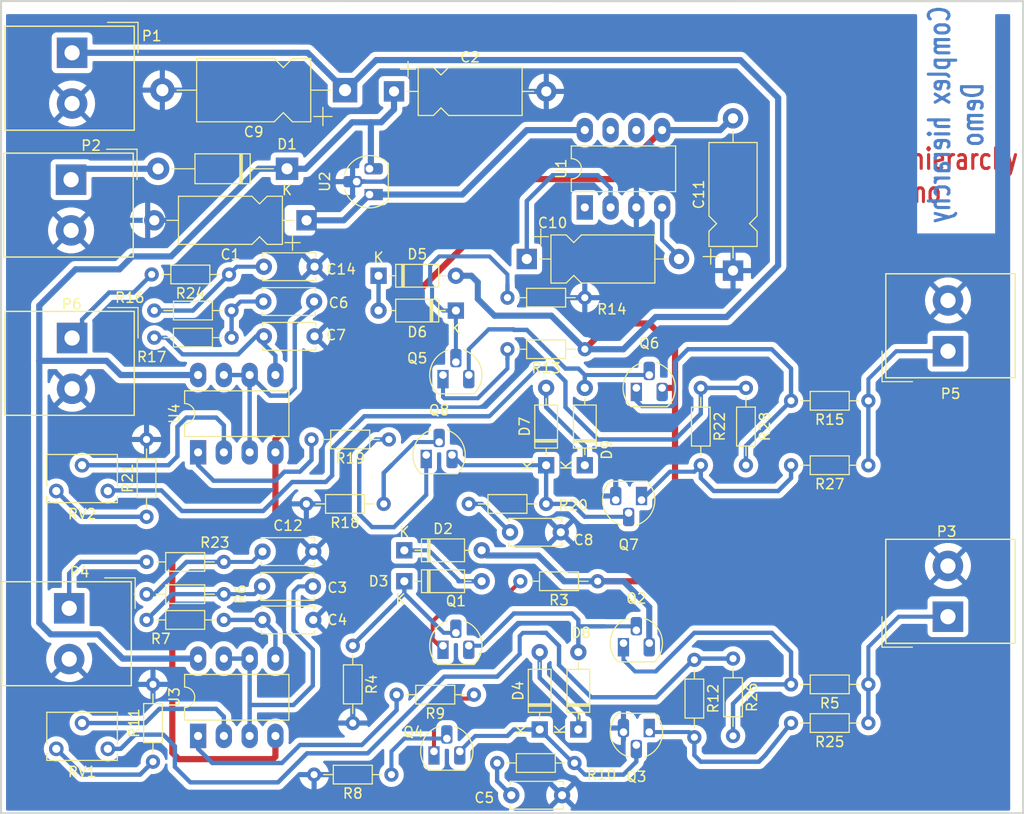
<source format=kicad_pcb>
(kicad_pcb (version 20240108) (generator "pcbnew") (generator_version "8.0")
  (title_block (title "Actionneur_piezo") (company "Kicad devs") (comment 1 "Demo"))
  (layers (0 "F.Cu" power "top_copper") (31 "B.Cu" signal "bottom_copper") (34 "B.Paste" user) (35 "F.Paste" user) (36 "B.SilkS" user "B.Silkscreen") (37 "F.SilkS" user "F.Silkscreen") (38 "B.Mask" user) (39 "F.Mask" user) (44 "Edge.Cuts" user))
  (net 0 "")
  (net 1 "-VAA")
  (net 2 "/12Vext")
  (net 3 "/ampli_ht_horizontal/PIEZO_IN")
  (net 4 "/ampli_ht_horizontal/PIEZO_OUT")
  (net 5 "/ampli_ht_horizontal/S_OUT+")
  (net 6 "/ampli_ht_horizontal/Vpil_0_3,3V")
  (net 7 "/ampli_ht_vertical/PIEZO_IN")
  (net 8 "/ampli_ht_vertical/PIEZO_OUT")
  (net 9 "/ampli_ht_vertical/S_OUT+")
  (net 10 "/ampli_ht_vertical/Vpil_0_3,3V")
  (net 11 "GND")
  (net 12 "HT")
  (net 13 "Net-(U3B-+)")
  (net 14 "Net-(U4B-+)")
  (net 15 "Net-(C12-Pad1)")
  (net 16 "Net-(C14-Pad1)")
  (net 17 "Net-(C3-Pad2)")
  (net 18 "Net-(U1-CAP+)")
  (net 19 "Net-(C5-Pad1)")
  (net 20 "Net-(C6-Pad2)")
  (net 21 "Net-(U1-CAP-)")
  (net 22 "Net-(C8-Pad1)")
  (net 23 "Net-(D2-K)")
  (net 24 "Net-(D3-K)")
  (net 25 "Net-(D4-K)")
  (net 26 "Net-(D4-A)")
  (net 27 "Net-(R11-Pad1)")
  (net 28 "Net-(R19-Pad2)")
  (net 29 "Net-(R21-Pad1)")
  (net 30 "Net-(R9-Pad2)")
  (net 31 "Net-(D5-K)")
  (net 32 "Net-(D6-K)")
  (net 33 "VCC")
  (net 34 "Net-(D7-K)")
  (net 35 "Net-(D7-A)")
  (net 36 "Net-(D8-A)")
  (net 37 "Net-(D9-A)")
  (net 38 "Net-(Q1-E)")
  (net 39 "Net-(Q2-E)")
  (net 40 "+12V")
  (net 41 "Net-(Q3-E)")
  (net 42 "Net-(Q4-E)")
  (net 43 "Net-(Q4-B)")
  (net 44 "Net-(Q5-E)")
  (net 45 "Net-(Q6-E)")
  (net 46 "Net-(Q7-E)")
  (net 47 "Net-(Q8-E)")
  (net 48 "Net-(Q8-B)")
  (net 49 "Net-(U3A--)")
  (net 50 "Net-(U4A--)")
  (footprint "Capacitor_THT:CP_Axial_L10.0mm_D4.5mm_P15.00mm_Horizontal" (layer "F.Cu") (at 126.619 60.706)
    (property "Reference" "C2")
    (property "Value" "47uF/20V")
  )
  (footprint "Capacitor_THT:CP_Axial_L11.0mm_D6.0mm_P18.00mm_Horizontal" (layer "F.Cu") (at 121.793 60.579 180)
    (property "Reference" "C9")
    (property "Value" "47uF/63V")
  )
  (footprint "Capacitor_THT:CP_Axial_L10.0mm_D4.5mm_P15.00mm_Horizontal" (layer "F.Cu") (at 139.7 77.216)
    (property "Reference" "C10")
    (property "Value" "10uF")
  )
  (footprint "Capacitor_THT:CP_Axial_L10.0mm_D4.5mm_P15.00mm_Horizontal" (layer "F.Cu") (at 160.02 78.359 90)
    (property "Reference" "C11")
    (property "Value" "10uF")
  )
  (footprint "Package_TO_SOT_THT:TO-92_HandSolder" (layer "F.Cu") (at 131.445 115.316)
    (property "Reference" "Q1")
    (property "Value" "MPSA92")
  )
  (footprint "Package_TO_SOT_THT:TO-92_HandSolder" (layer "F.Cu") (at 151.765 123.825 180)
    (property "Reference" "Q3")
    (property "Value" "MPSA92")
  )
  (footprint "Package_TO_SOT_THT:TO-92_HandSolder" (layer "F.Cu") (at 131.445 88.646)
    (property "Reference" "Q5")
    (property "Value" "MPSA92")
  )
  (footprint "Package_TO_SOT_THT:TO-92_HandSolder" (layer "F.Cu") (at 150.495 89.916)
    (property "Reference" "Q6")
    (property "Value" "MPSA42")
  )
  (footprint "Package_TO_SOT_THT:TO-92_HandSolder" (layer "F.Cu") (at 151.003 100.965 180)
    (property "Reference" "Q7")
    (property "Value" "MPSA92")
  )
  (footprint "Package_TO_SOT_THT:TO-92_HandSolder" (layer "F.Cu") (at 129.794 96.52)
    (property "Reference" "Q8")
    (property "Value" "MPSA42")
  )
  (footprint "Potentiometer_THT:Potentiometer_Bourns_3266W_Vertical" (layer "F.Cu") (at 93.345 125.476 180)
    (property "Reference" "RV1")
    (property "Value" "4,7K")
  )
  (footprint "Potentiometer_THT:Potentiometer_Bourns_3266W_Vertical" (layer "F.Cu") (at 93.345 100.076 180)
    (property "Reference" "RV2")
    (property "Value" "4,7K")
  )
  (footprint "Package_TO_SOT_THT:TO-92_HandSolder" (layer "F.Cu") (at 124.206 70.866 90)
    (property "Reference" "U2")
    (property "Value" "78L05")
  )
  (footprint "Resistor_THT:R_Axial_DIN0204_L3.6mm_D1.6mm_P7.62mm_Horizontal" (layer "F.Cu") (at 126.111 94.996 180)
    (property "Reference" "R19")
    (property "Value" "1K")
  )
  (footprint "Resistor_THT:R_Axial_DIN0204_L3.6mm_D1.6mm_P7.62mm_Horizontal" (layer "F.Cu") (at 109.855 110.236 180)
    (property "Reference" "R6")
    (property "Value" "22K")
  )
  (footprint "Resistor_THT:R_Axial_DIN0204_L3.6mm_D1.6mm_P7.62mm_Horizontal" (layer "F.Cu") (at 125.603 101.346 180)
    (property "Reference" "R18")
    (property "Value" "1K")
  )
  (footprint "Resistor_THT:R_Axial_DIN0204_L3.6mm_D1.6mm_P7.62mm_Horizontal" (layer "F.Cu") (at 110.617 82.296 180)
    (property "Reference" "R16")
    (property "Value" "22K")
  )
  (footprint "Resistor_THT:R_Axial_DIN0204_L3.6mm_D1.6mm_P7.62mm_Horizontal" (layer "F.Cu") (at 173.355 91.186 180)
    (property "Reference" "R15")
    (property "Value" "47")
  )
  (footprint "Resistor_THT:R_Axial_DIN0204_L3.6mm_D1.6mm_P7.62mm_Horizontal" (layer "F.Cu") (at 137.795 81.026)
    (property "Reference" "R14")
    (property "Value" "220K")
  )
  (footprint "Resistor_THT:R_Axial_DIN0204_L3.6mm_D1.6mm_P7.62mm_Horizontal" (layer "F.Cu") (at 145.415 86.106 180)
    (property "Reference" "R13")
    (property "Value" "470")
  )
  (footprint "Resistor_THT:R_Axial_DIN0204_L3.6mm_D1.6mm_P7.62mm_Horizontal" (layer "F.Cu") (at 156.21 116.713 -90)
    (property "Reference" "R12")
    (property "Value" "220K")
  )
  (footprint "Resistor_THT:R_Axial_DIN0204_L3.6mm_D1.6mm_P7.62mm_Horizontal" (layer "F.Cu") (at 102.87 126.746 90)
    (property "Reference" "R11")
    (property "Value" "4,7K")
  )
  (footprint "Resistor_THT:R_Axial_DIN0204_L3.6mm_D1.6mm_P7.62mm_Horizontal" (layer "F.Cu") (at 144.399 126.873 180)
    (property "Reference" "R10")
    (property "Value" "5,6K")
  )
  (footprint "Resistor_THT:R_Axial_DIN0204_L3.6mm_D1.6mm_P7.62mm_Horizontal" (layer "F.Cu") (at 134.493 120.142 180)
    (property "Reference" "R9")
    (property "Value" "1K")
  )
  (footprint "Resistor_THT:R_Axial_DIN0204_L3.6mm_D1.6mm_P7.62mm_Horizontal" (layer "F.Cu") (at 126.365 128.016 180)
    (property "Reference" "R8")
    (property "Value" "1K")
  )
  (footprint "Resistor_THT:R_Axial_DIN0204_L3.6mm_D1.6mm_P7.62mm_Horizontal" (layer "F.Cu") (at 109.855 112.776 180)
    (property "Reference" "R7")
    (property "Value" "22K")
  )
  (footprint "Resistor_THT:R_Axial_DIN0204_L3.6mm_D1.6mm_P7.62mm_Horizontal" (layer "F.Cu") (at 102.997 84.963)
    (property "Reference" "R17")
    (property "Value" "22K")
  )
  (footprint "Resistor_THT:R_Axial_DIN0204_L3.6mm_D1.6mm_P7.62mm_Horizontal" (layer "F.Cu") (at 102.235 102.616 90)
    (property "Reference" "R21")
    (property "Value" "4,7K")
  )
  (footprint "Resistor_THT:R_Axial_DIN0204_L3.6mm_D1.6mm_P7.62mm_Horizontal" (layer "F.Cu") (at 146.685 108.966 180)
    (property "Reference" "R3")
    (property "Value" "470")
  )
  (footprint "Resistor_THT:R_Axial_DIN0204_L3.6mm_D1.6mm_P7.62mm_Horizontal" (layer "F.Cu") (at 122.555 115.316 -90)
    (property "Reference" "R4")
    (property "Value" "220K")
  )
  (footprint "Resistor_THT:R_Axial_DIN0204_L3.6mm_D1.6mm_P7.62mm_Horizontal" (layer "F.Cu") (at 173.355 119.126 180)
    (property "Reference" "R5")
    (property "Value" "47")
  )
  (footprint "Resistor_THT:R_Axial_DIN0204_L3.6mm_D1.6mm_P7.62mm_Horizontal" (layer "F.Cu") (at 161.29 89.916 -90)
    (property "Reference" "R28")
    (property "Value" "220K")
  )
  (footprint "Resistor_THT:R_Axial_DIN0204_L3.6mm_D1.6mm_P7.62mm_Horizontal" (layer "F.Cu") (at 173.355 97.536 180)
    (property "Reference" "R27")
    (property "Value" "47")
  )
  (footprint "Resistor_THT:R_Axial_DIN0204_L3.6mm_D1.6mm_P7.62mm_Horizontal" (layer "F.Cu") (at 160.02 116.586 -90)
    (property "Reference" "R26")
    (property "Value" "220K")
  )
  (footprint "Resistor_THT:R_Axial_DIN0204_L3.6mm_D1.6mm_P7.62mm_Horizontal" (layer "F.Cu") (at 173.355 122.936 180)
    (property "Reference" "R25")
    (property "Value" "47")
  )
  (footprint "Resistor_THT:R_Axial_DIN0204_L3.6mm_D1.6mm_P7.62mm_Horizontal" (layer "F.Cu") (at 110.363 78.74 180)
    (property "Reference" "R24")
    (property "Value" "1K")
  )
  (footprint "Resistor_THT:R_Axial_DIN0204_L3.6mm_D1.6mm_P7.62mm_Horizontal" (layer "F.Cu") (at 109.855 107.061 180)
    (property "Reference" "R23")
    (property "Value" "1K")
  )
  (footprint "Resistor_THT:R_Axial_DIN0204_L3.6mm_D1.6mm_P7.62mm_Horizontal" (layer "F.Cu") (at 156.845 89.916 -90)
    (property "Reference" "R22")
    (property "Value" "220K")
  )
  (footprint "Resistor_THT:R_Axial_DIN0204_L3.6mm_D1.6mm_P7.62mm_Horizontal" (layer "F.Cu") (at 141.605 101.346 180)
    (property "Reference" "R20")
    (property "Value" "5,6K")
  )
  (footprint "Package_DIP:DIP-8_W7.62mm_LongPads" (layer "F.Cu") (at 107.315 96.266 90)
    (property "Reference" "U4")
    (property "Value" "LM358N")
  )
  (footprint "Package_DIP:DIP-8_W7.62mm_LongPads" (layer "F.Cu") (at 145.415 72.136 90)
    (property "Reference" "U1")
    (property "Value" "ICL7660")
  )
  (footprint "Package_DIP:DIP-8_W7.62mm_LongPads" (layer "F.Cu") (at 107.315 124.206 90)
    (property "Reference" "U3")
    (property "Value" "LM358N")
  )
  (footprint "Capacitor_THT:C_Disc_D5.0mm_W2.5mm_P5.00mm" (layer "F.Cu") (at 138.049 104.14)
    (property "Reference" "C8")
    (property "Value" "820pF")
  )
  (footprint "Capacitor_THT:C_Disc_D5.0mm_W2.5mm_P5.00mm" (layer "F.Cu") (at 113.792 84.836)
    (property "Reference" "C7")
    (property "Value" "4.7nF")
  )
  (footprint "Capacitor_THT:C_Disc_D5.0mm_W2.5mm_P5.00mm" (layer "F.Cu") (at 118.745 81.407 180)
    (property "Reference" "C6")
    (property "Value" "15nF")
  )
  (footprint "Capacitor_THT:C_Disc_D5.0mm_W2.5mm_P5.00mm" (layer "F.Cu") (at 138.176 130.048)
    (property "Reference" "C5")
    (property "Value" "820pF")
  )
  (footprint "Capacitor_THT:C_Disc_D5.0mm_W2.5mm_P5.00mm" (layer "F.Cu") (at 113.665 106.045)
    (property "Reference" "C12")
    (property "Value" "150nF")
  )
  (footprint "Capacitor_THT:C_Disc_D5.0mm_W2.5mm_P5.00mm" (layer "F.Cu") (at 113.792 77.978)
    (property "Reference" "C14")
    (property "Value" "150nF")
  )
  (footprint "Capacitor_THT:C_Disc_D5.0mm_W2.5mm_P5.00mm" (layer "F.Cu") (at 113.665 112.776)
    (property "Reference" "C4")
    (property "Value" "4.7nF")
  )
  (footprint "Capacitor_THT:C_Disc_D5.0mm_W2.5mm_P5.00mm" (layer "F.Cu") (at 118.618 109.474 180)
    (property "Reference" "C3")
    (property "Value" "15nF")
  )
  (footprint "Diode_THT:D_DO-41_SOD81_P12.70mm_Horizontal" (layer "F.Cu") (at 116.078 68.326 180)
    (property "Reference" "D1")
    (property "Value" "1N4007")
  )
  (footprint "Diode_THT:D_DO-35_SOD27_P7.62mm_Horizontal" (layer "F.Cu") (at 125.095 78.867)
    (property "Reference" "D5")
    (property "Value" "1N4148")
  )
  (footprint "Diode_THT:D_DO-35_SOD27_P7.62mm_Horizontal" (layer "F.Cu") (at 144.78 123.571 90)
    (property "Reference" "D8")
    (property "Value" "1N4148")
  )
  (footprint "Diode_THT:D_DO-35_SOD27_P7.62mm_Horizontal" (layer "F.Cu") (at 127.635 105.918)
    (property "Reference" "D2")
    (property "Value" "1N4148")
  )
  (footprint "Diode_THT:D_DO-35_SOD27_P7.62mm_Horizontal" (layer "F.Cu") (at 127.635 108.966)
    (property "Reference" "D3")
    (property "Value" "1N4148")
  )
  (footprint "Diode_THT:D_DO-35_SOD27_P7.62mm_Horizontal" (layer "F.Cu") (at 141.605 97.536 90)
    (property "Reference" "D7")
    (property "Value" "1N4148")
  )
  (footprint "Diode_THT:D_DO-35_SOD27_P7.62mm_Horizontal" (layer "F.Cu") (at 132.715 82.296 180)
    (property "Reference" "D6")
    (property "Value" "1N4148")
  )
  (footprint "Diode_THT:D_DO-35_SOD27_P7.62mm_Horizontal" (layer "F.Cu") (at 140.97 123.571 90)
    (property "Reference" "D4")
    (property "Value" "1N4148")
  )
  (footprint "Diode_THT:D_DO-35_SOD27_P7.62mm_Horizontal" (layer "F.Cu") (at 145.415 97.536 90)
    (property "Reference" "D9")
    (property "Value" "1N4148")
  )
  (footprint "TerminalBlock_Altech:Altech_AK300_1x02_P5.00mm_45-Degree" (layer "F.Cu") (at 94.9 56.9 -90)
    (property "Reference" "P1")
    (property "Value" "CONN_2")
  )
  (footprint "TerminalBlock_Altech:Altech_AK300_1x02_P5.00mm_45-Degree" (layer "F.Cu") (at 94.8 69.4 -90)
    (property "Reference" "P2")
    (property "Value" "CONN_2")
  )
  (footprint "TerminalBlock_Altech:Altech_AK300_1x02_P5.00mm_45-Degree" (layer "F.Cu") (at 94.615 111.633 -90)
    (property "Reference" "P4")
    (property "Value" "CONN_2")
  )
  (footprint "TerminalBlock_Altech:Altech_AK300_1x02_P5.00mm_45-Degree" (layer "F.Cu") (at 181.1925 112.4575 90)
    (property "Reference" "P3")
    (property "Value" "CONN_2")
  )
  (footprint "TerminalBlock_Altech:Altech_AK300_1x02_P5.00mm_45-Degree" (layer "F.Cu") (at 94.9 85 -90)
    (property "Reference" "P6")
    (property "Value" "CONN_2")
  )
  (footprint "TerminalBlock_Altech:Altech_AK300_1x02_P5.00mm_45-Degree" (layer "F.Cu") (at 181.2 86.3 90)
    (property "Reference" "P5")
    (property "Value" "CONN_2")
  )
  (footprint "Package_TO_SOT_THT:TO-92_HandSolder" (layer "F.Cu") (at 149.225 115.062)
    (property "Reference" "Q2")
    (property "Value" "MPSA42")
  )
  (footprint "Package_TO_SOT_THT:TO-92_HandSolder" (layer "F.Cu") (at 130.556 125.73)
    (property "Reference" "Q4")
    (property "Value" "MPSA42")
  )
  (footprint "Capacitor_THT:CP_Axial_L10.0mm_D4.5mm_P15.00mm_Horizontal" (layer "F.Cu") (at 118 73.406 180)
    (property "Reference" "C1")
    (property "Value" "47uF")
  )
  (gr_line (start 87.9 131.826) (end 87.9 51.8) (stroke (width 0.2032)) (layer "Edge.Cuts"))
  (gr_line (start 188.595 131.826) (end 87.9 131.826) (stroke (width 0.2032)) (layer "Edge.Cuts"))
  (gr_line (start 87.9 51.8) (end 188.595 51.816) (stroke (width 0.2032)) (layer "Edge.Cuts"))
  (gr_line (start 188.595 51.816) (end 188.595 131.826) (stroke (width 0.2032)) (layer "Edge.Cuts"))
  (gr_text "Complex hierarchy\nDemo" (at 177.4 69 0) (layer "F.Cu") (effects (font (size 2.032 1.524) (thickness 0.3048))))
  (gr_text "Complex hierarchy\nDemo" (at 182 63 90) (layer "B.Cu") (effects (font (size 2.032 1.524) (thickness 0.3048)) (justify mirror)))
  (segment (start 107.061 104.521) (end 104.775 106.807) (width 0.6096) (layer "F.Cu") (net 1))
  (segment (start 105.41 126.492) (end 114.681 126.492) (width 0.6096) (layer "F.Cu") (net 1))
  (segment (start 104.775 106.807) (end 104.775 125.857) (width 0.6096) (layer "F.Cu") (net 1))
  (segment (start 128.905 86.614) (end 128.905 80.518) (width 0.6096) (layer "F.Cu") (net 1))
  (segment (start 140.081 69.342) (end 148.209 69.342) (width 0.6096) (layer "F.Cu") (net 1))
  (segment (start 148.209 69.342) (end 153.035 64.516) (width 0.6096) (layer "F.Cu") (net 1))
  (segment (start 128.905 80.518) (end 140.081 69.342) (width 0.6096) (layer "F.Cu") (net 1))
  (segment (start 114.935 102.108) (end 114.935 102.362) (width 0.6096) (layer "F.Cu") (net 1))
  (segment (start 114.935 96.266) (end 114.935 94.996) (width 0.6096) (layer "F.Cu") (net 1))
  (segment (start 114.935 94.996) (end 121.031 88.9) (width 0.6096) (layer "F.Cu") (net 1))
  (segment (start 114.935 126.238) (end 114.935 124.206) (width 0.6096) (layer "F.Cu") (net 1))
  (segment (start 114.935 102.362) (end 112.776 104.521) (width 0.6096) (layer "F.Cu") (net 1))
  (segment (start 105.41 126.492) (end 104.775 125.857) (width 0.6096) (layer "F.Cu") (net 1))
  (segment (start 121.031 88.9) (end 126.619 88.9) (width 0.6) (layer "F.Cu") (net 1))
  (segment (start 112.776 104.521) (end 107.061 104.521) (width 0.6096) (layer "F.Cu") (net 1))
  (segment (start 114.681 126.492) (end 114.935 126.238) (width 0.6096) (layer "F.Cu") (net 1))
  (segment (start 126.619 88.9) (end 128.905 86.614) (width 0.6096) (layer "F.Cu") (net 1))
  (segment (start 114.935 96.266) (end 114.935 102.108) (width 0.6096) (layer "F.Cu") (net 1))
  (segment (start 153.035 64.516) (end 158.75 64.516) (width 0.6096) (layer "B.Cu") (net 1))
  (segment (start 158.75 64.516) (end 160.02 63.246) (width 0.6096) (layer "B.Cu") (net 1))
  (segment (start 103.378 68.326) (end 95.874 68.326) (width 0.6) (layer "B.Cu") (net 2))
  (segment (start 95.874 68.326) (end 94.8 69.4) (width 0.6) (layer "B.Cu") (net 2))
  (segment (start 98.552 80.518) (end 100.965 80.518) (width 0.4318) (layer "B.Cu") (net 3))
  (segment (start 95.885 83.185) (end 98.552 80.518) (width 0.4318) (layer "B.Cu") (net 3))
  (segment (start 95.885 84.836) (end 95.885 83.185) (width 0.4318) (layer "B.Cu") (net 3))
  (segment (start 100.965 80.518) (end 102.743 78.74) (width 0.4318) (layer "B.Cu") (net 3))
  (segment (start 173.355 89.045) (end 173.355 91.186) (width 0.4) (layer "B.Cu") (net 4))
  (segment (start 173.355 97.536) (end 173.355 91.186) (width 0.4318) (layer "B.Cu") (net 4))
  (segment (start 176.1 86.3) (end 173.355 89.045) (width 0.4) (layer "B.Cu") (net 4))
  (segment (start 181.2 86.3) (end 176.1 86.3) (width 0.4) (layer "B.Cu") (net 4))
  (segment (start 116.586 99.187) (end 119.888 99.187) (width 0.4318) (layer "B.Cu") (net 5))
  (segment (start 156.845 89.916) (end 156.845 92.456) (width 0.4318) (layer "B.Cu") (net 5))
  (segment (start 143.51 91.821) (end 146.685 94.996) (width 0.4318) (layer "B.Cu") (net 5))
  (segment (start 140.589 88.011) (end 142.24 88.011) (width 0.4318) (layer "B.Cu") (net 5))
  (segment (start 98.48596 100.01504) (end 103.69804 100.01504) (width 0.4318) (layer "B.Cu") (net 5))
  (segment (start 113.7285 102.0445) (end 116.586 99.187) (width 0.4318) (layer "B.Cu") (net 5))
  (segment (start 123.698 92.71) (end 120.523 95.885) (width 0.4318) (layer "B.Cu") (net 5))
  (segment (start 105.7275 102.0445) (end 113.7285 102.0445) (width 0.4318) (layer "B.Cu") (net 5))
  (segment (start 142.24 88.011) (end 143.51 89.281) (width 0.4318) (layer "B.Cu") (net 5))
  (segment (start 135.89 92.71) (end 123.698 92.71) (width 0.4318) (layer "B.Cu") (net 5))
  (segment (start 154.305 94.996) (end 146.685 94.996) (width 0.4318) (layer "B.Cu") (net 5))
  (segment (start 143.51 89.281) (end 143.51 91.821) (width 0.4318) (layer "B.Cu") (net 5))
  (segment (start 135.89 92.71) (end 136.017 92.71) (width 0.4) (layer "B.Cu") (net 5))
  (segment (start 120.523 95.885) (end 120.523 98.552) (width 0.4318) (layer "B.Cu") (net 5))
  (segment (start 119.888 99.187) (end 120.523 98.552) (width 0.4318) (layer "B.Cu") (net 5))
  (segment (start 105.7275 102.0445) (end 103.69804 100.01504) (width 0.4318) (layer "B.Cu") (net 5))
  (segment (start 140.589 88.138) (end 140.589 88.011) (width 0.4) (layer "B.Cu") (net 5))
  (segment (start 98.425 100.076) (end 98.48596 100.01504) (width 0.4318) (layer "B.Cu") (net 5))
  (segment (start 156.845 89.916) (end 161.29 89.916) (width 0.4318) (layer "B.Cu") (net 5))
  (segment (start 156.845 92.456) (end 154.305 94.996) (width 0.4318) (layer "B.Cu") (net 5))
  (segment (start 136.017 92.71) (end 140.589 88.138) (width 0.4) (layer "B.Cu") (net 5))
  (segment (start 109.855 88.646) (end 112.395 88.646) (width 0.4318) (layer "B.Cu") (net 6))
  (segment (start 114.427 90.678) (end 112.395 88.646) (width 0.4318) (layer "B.Cu") (net 6))
  (segment (start 118.745 82.042) (end 116.84 83.566) (width 0.4318) (layer "B.Cu") (net 6))
  (segment (start 116.078 90.678) (end 114.427 90.678) (width 0.4318) (layer "B.Cu") (net 6))
  (segment (start 116.84 83.566) (end 116.84 89.916) (width 0.4318) (layer "B.Cu") (net 6))
  (segment (start 112.395 88.646) (end 112.395 96.266) (width 0.4318) (layer "B.Cu") (net 6))
  (segment (start 116.84 89.916) (end 116.078 90.678) (width 0.4318) (layer "B.Cu") (net 6))
  (segment (start 118.745 81.407) (end 118.745 82.042) (width 0.4318) (layer "B.Cu") (net 6))
  (segment (start 94.615 108.204) (end 95.758 107.061) (width 0.4318) (layer "B.Cu") (net 7))
  (segment (start 94.615 111.506) (end 94.615 108.204) (width 0.4318) (layer "B.Cu") (net 7))
  (segment (start 95.758 107.061) (end 102.235 107.061) (width 0.4318) (layer "B.Cu") (net 7))
  (segment (start 173.355 122.936) (end 173.355 119.126) (width 0.4318) (layer "B.Cu") (net 8))
  (segment (start 173.355 115.445) (end 173.355 119.126) (width 0.4) (layer "B.Cu") (net 8))
  (segment (start 181.1925 112.4575) (end 176.3425 112.4575) (width 0.4) (layer "B.Cu") (net 8))
  (segment (start 176.3425 112.4575) (end 173.355 115.445) (width 0.4) (layer "B.Cu") (net 8))
  (segment (start 146.05 120.396) (end 152.4 120.396) (width 0.4318) (layer "B.Cu") (net 9))
  (segment (start 139.319 114.046) (end 139.0015 114.3635) (width 0.4) (layer "B.Cu") (net 9))
  (segment (start 142.875 115.316) (end 142.875 117.221) (width 0.4318) (layer "B.Cu") (net 9))
  (segment (start 152.4 120.396) (end 156.21 116.586) (width 0.4318) (layer "B.Cu") (net 9))
  (segment (start 105.029 127.254) (end 106.553 128.778) (width 0.4318) (layer "B.Cu") (net 9))
  (segment (start 141.097 114.046) (end 141.605 114.046) (width 0.4318) (layer "B.Cu") (net 9))
  (segment (start 98.425 125.476) (end 99.695 125.476) (width 0.4318) (layer "B.Cu") (net 9))
  (segment (start 156.21 116.586) (end 160.02 116.586) (width 0.4318) (layer "B.Cu") (net 9))
  (segment (start 118.0465 125.9205) (end 124.0155 125.9205) (width 0.4318) (layer "B.Cu") (net 9))
  (segment (start 141.605 114.046) (end 142.875 115.316) (width 0.4318) (layer "B.Cu") (net 9))
  (segment (start 142.875 117.221) (end 146.05 120.396) (width 0.4318) (layer "B.Cu") (net 9))
  (segment (start 101.092 124.079) (end 103.886 124.079) (width 0.4318) (layer "B.Cu") (net 9))
  (segment (start 141.097 114.046) (end 139.319 114.046) (width 0.4) (layer "B.Cu") (net 9))
  (segment (start 124.0155 125.9205) (end 131.572 118.364) (width 0.4318) (layer "B.Cu") (net 9))
  (segment (start 139.0015 114.3635) (end 139.0015 116.1415) (width 0.4) (layer "B.Cu") (net 9))
  (segment (start 136.779 118.364) (end 139.0015 116.1415) (width 0.4318) (layer "B.Cu") (net 9))
  (segment (start 99.695 125.476) (end 101.092 124.079) (width 0.4318) (layer "B.Cu") (net 9))
  (segment (start 105.029 125.222) (end 105.029 127.254) (width 0.4318) (layer "B.Cu") (net 9))
  (segment (start 115.189 128.778) (end 118.0465 125.9205) (width 0.4318) (layer "B.Cu") (net 9))
  (segment (start 131.572 118.364) (end 136.779 118.364) (width 0.4318) (layer "B.Cu") (net 9))
  (segment (start 103.886 124.079) (end 105.029 125.222) (width 0.4318) (layer "B.Cu") (net 9))
  (segment (start 106.553 128.778) (end 115.189 128.778) (width 0.4318) (layer "B.Cu") (net 9))
  (segment (start 116.713 111.76) (end 116.713 113.792) (width 0.4318) (layer "B.Cu") (net 10))
  (segment (start 116.713 109.982) (end 117.221 109.474) (width 0.4) (layer "B.Cu") (net 10))
  (segment (start 117.221 109.474) (end 118.618 109.474) (width 0.4) (layer "B.Cu") (net 10))
  (segment (start 112.395 116.586) (end 109.855 116.586) (width 0.4318) (layer "B.Cu") (net 10))
  (segment (start 118.618 119.253) (end 116.713 121.158) (width 0.4318) (layer "B.Cu") (net 10))
  (segment (start 116.713 113.792) (end 118.618 115.697) (width 0.4318) (layer "B.Cu") (net 10))
  (segment (start 112.395 121.158) (end 112.395 116.586) (width 0.4318) (layer "B.Cu") (net 10))
  (segment (start 116.713 121.158) (end 112.395 121.158) (width 0.4318) (layer "B.Cu") (net 10))
  (segment (start 116.713 111.76) (end 116.713 109.982) (width 0.4) (layer "B.Cu") (net 10))
  (segment (start 112.395 124.206) (end 112.395 121.158) (width 0.4318) (layer "B.Cu") (net 10))
  (segment (start 118.618 115.697) (end 118.618 119.253) (width 0.4318) (layer "B.Cu") (net 10))
  (segment (start 154.305 106.426) (end 151.765 108.966) (width 0.6096) (layer "F.Cu") (net 12))
  (segment (start 145.415 86.106) (end 147.955 83.566) (width 0.6096) (layer "F.Cu") (net 12))
  (segment (start 154.178 89.916) (end 154.305 90.043) (width 0.6) (layer "F.Cu") (net 12))
  (segment (start 154.305 86.106) (end 154.305 90.043) (width 0.6096) (layer "F.Cu") (net 12))
  (segment (start 151.765 83.566) (end 154.305 86.106) (width 0.6096) (layer "F.Cu") (net 12))
  (segment (start 147.955 83.566) (end 151.765 83.566) (width 0.6096) (layer "F.Cu") (net 12))
  (segment (start 151.765 108.966) (end 146.685 108.966) (width 0.6096) (layer "F.Cu") (net 12))
  (segment (start 153.035 89.916) (end 154.178 89.916) (width 0.6) (layer "F.Cu") (net 12))
  (segment (start 154.305 90.043) (end 154.305 106.426) (width 0.6096) (layer "F.Cu") (net 12))
  (segment (start 135.763 106.426) (end 135.255 105.918) (width 0.6) (layer "B.Cu") (net 12))
  (segment (start 136.525 82.80146) (end 142.11046 82.80146) (width 0.6096) (layer "B.Cu") (net 12))
  (segment (start 136.52246 82.80146) (end 134.874 81.153) (width 0.6) (layer "B.Cu") (net 12))
  (segment (start 134.874 81.153) (end 134.874 79.502) (width 0.6) (layer "B.Cu") (net 12))
  (segment (start 134.874 79.502) (end 134.239 78.867) (width 0.6) (layer "B.Cu") (net 12))
  (segment (start 134.239 78.867) (end 132.715 78.867) (width 0.6) (layer "B.Cu") (net 12))
  (segment (start 121.89206 60.579) (end 124.8537 57.61736) (width 0.6) (layer "B.Cu") (net 12))
  (segment (start 142.11046 82.80146) (end 145.415 86.106) (width 0.6096) (layer "B.Cu") (net 12))
  (segment (start 143.383 108.966) (end 146.685 108.966) (width 0.6096) (layer "B.Cu") (net 12))
  (segment (start 117.15858 56.9) (end 118.114 56.9) (width 0.6) (layer "B.Cu") (net 12))
  (segment (start 151.765 111.506) (end 149.225 108.966) (width 0.6) (layer "B.Cu") (net 12))
  (segment (start 140.843 106.426) (end 143.383 108.966) (width 0.6096) (layer "B.Cu") (net 12))
  (segment (start 124.8537 57.61736) (end 160.74136 57.61736) (width 0.6096) (layer "B.Cu") (net 12))
  (segment (start 160.74136 57.61736) (end 164.465 61.341) (width 0.6096) (layer "B.Cu") (net 12))
  (segment (start 149.225 108.966) (end 146.685 108.966) (width 0.6) (layer "B.Cu") (net 12))
  (segment (start 152.4 82.931) (end 149.225 86.106) (width 0.6096) (layer "B.Cu") (net 12))
  (segment (start 159.385 82.931) (end 152.4 82.931) (width 0.6096) (layer "B.Cu") (net 12))
  (segment (start 164.465 77.851) (end 159.385 82.931) (width 0.6096) (layer "B.Cu") (net 12))
  (segment (start 140.716 106.426) (end 135.763 106.426) (width 0.6) (layer "B.Cu") (net 12))
  (segment (start 140.716 106.426) (end 140.843 106.426) (width 0.6096) (layer "B.Cu") (net 12))
  (segment (start 164.465 61.341) (end 164.465 77.851) (width 0.6096) (layer "B.Cu") (net 12))
  (segment (start 149.225 86.106) (end 145.415 86.106) (width 0.6096) (layer "B.Cu") (net 12))
  (segment (start 117.15858 56.9) (end 94.9 56.9) (width 0.6096) (layer "B.Cu") (net 12))
  (segment (start 121.793 60.579) (end 121.89206 60.579) (width 0.6) (layer "B.Cu") (net 12))
  (segment (start 151.765 115.062) (end 151.765 111.506) (width 0.6) (layer "B.Cu") (net 12))
  (segment (start 136.525 82.80146) (end 136.52246 82.80146) (width 0.6) (layer "B.Cu") (net 12))
  (segment (start 118.114 56.9) (end 121.793 60.579) (width 0.6) (layer "B.Cu") (net 12))
  (segment (start 109.855 112.776) (end 113.665 112.776) (width 0.4318) (layer "B.Cu") (net 13))
  (segment (start 113.665 112.776) (end 114.935 114.046) (width 0.4318) (layer "B.Cu") (net 13))
  (segment (start 114.935 114.046) (end 114.935 116.586) (width 0.4318) (layer "B.Cu") (net 13))
  (segment (start 104.14 84.963) (end 105.791 86.614) (width 0.4) (layer "B.Cu") (net 14))
  (segment (start 114.935 86.741) (end 114.935 88.646) (width 0.4318) (layer "B.Cu") (net 14))
  (segment (start 102.997 84.963) (end 104.14 84.963) (width 0.4) (layer "B.Cu") (net 14))
  (segment (start 111.252 86.614) (end 105.791 86.614) (width 0.4318) (layer "B.Cu") (net 14))
  (segment (start 113.665 84.836) (end 113.03 84.836) (width 0.4318) (layer "B.Cu") (net 14))
  (segment (start 113.665 84.836) (end 113.665 85.471) (width 0.4318) (layer "B.Cu") (net 14))
  (segment (start 113.665 85.471) (end 114.935 86.741) (width 0.4318) (layer "B.Cu") (net 14))
  (segment (start 113.03 84.836) (end 111.252 86.614) (width 0.4318) (layer "B.Cu") (net 14))
  (segment (start 112.649 107.061) (end 113.665 106.045) (width 0.4) (layer "B.Cu") (net 15))
  (segment (start 106.172 107.061) (end 109.855 107.061) (width 0.4318) (layer "B.Cu") (net 15))
  (segment (start 109.855 107.061) (end 112.649 107.061) (width 0.4) (layer "B.Cu") (net 15))
  (segment (start 102.235 110.236) (end 102.997 110.236) (width 0.4318) (layer "B.Cu") (net 15))
  (segment (start 102.997 110.236) (end 106.172 107.061) (width 0.4318) (layer "B.Cu") (net 15))
  (segment (start 111.125 77.978) (end 110.363 78.74) (width 0.4) (layer "B.Cu") (net 16))
  (segment (start 106.807 82.296) (end 110.363 78.74) (width 0.4318) (layer "B.Cu") (net 16))
  (segment (start 113.792 77.978) (end 111.125 77.978) (width 0.4) (layer "B.Cu") (net 16))
  (segment (start 102.997 82.296) (end 106.807 82.296) (width 0.4318) (layer "B.Cu") (net 16))
  (segment (start 112.856 110.236) (end 113.618 109.474) (width 0.4) (layer "B.Cu") (net 17))
  (segment (start 102.235 112.776) (end 104.775 110.236) (width 0.4318) (layer "B.Cu") (net 17))
  (segment (start 104.775 110.236) (end 109.855 110.236) (width 0.4318) (layer "B.Cu") (net 17))
  (segment (start 109.855 110.236) (end 112.856 110.236) (width 0.4) (layer "B.Cu") (net 17))
  (segment (start 147.955 70.231) (end 147.955 72.136) (width 0.4318) (layer "B.Cu") (net 18))
  (segment (start 139.7 71.501) (end 142.24 68.961) (width 0.4318) (layer "B.Cu") (net 18))
  (segment (start 139.7 77.216) (end 139.7 71.501) (width 0.4318) (layer "B.Cu") (net 18))
  (segment (start 142.24 68.961) (end 146.685 68.961) (width 0.4318) (layer "B.Cu") (net 18))
  (segment (start 146.685 68.961) (end 147.955 70.231) (width 0.4318) (layer "B.Cu") (net 18))
  (segment (start 136.779 128.651) (end 138.176 130.048) (width 0.4318) (layer "B.Cu") (net 19))
  (segment (start 136.779 126.873) (end 136.779 128.651) (width 0.4318) (layer "B.Cu") (net 19))
  (segment (start 111.506 81.407) (end 110.617 82.296) (width 0.4) (layer "B.Cu") (net 20))
  (segment (start 113.745 81.407) (end 111.506 81.407) (width 0.4) (layer "B.Cu") (net 20))
  (segment (start 110.617 84.963) (end 110.617 82.296) (width 0.4318) (layer "B.Cu") (net 20))
  (segment (start 153.035 72.136) (end 153.035 75.311) (width 0.4318) (layer "B.Cu") (net 21))
  (segment (start 153.035 75.311) (end 154.94 77.216) (width 0.4318) (layer "B.Cu") (net 21))
  (segment (start 135.255 101.346) (end 138.049 104.14) (width 0.4318) (layer "B.Cu") (net 22))
  (segment (start 133.985 101.346) (end 135.255 101.346) (width 0.4318) (layer "B.Cu") (net 22))
  (segment (start 132.969 108.839) (end 130.048 105.918) (width 0.4) (layer "B.Cu") (net 23))
  (segment (start 130.048 105.918) (end 127.635 105.918) (width 0.4) (layer "B.Cu") (net 23))
  (segment (start 135.255 108.966) (end 132.969 108.966) (width 0.4318) (layer "B.Cu") (net 23))
  (segment (start 132.969 108.966) (end 132.969 108.839) (width 0.4) (layer "B.Cu") (net 23))
  (segment (start 122.555 115.316) (end 122.555 115.24742) (width 0.4318) (layer "B.Cu") (net 24))
  (segment (start 132.715 114.046) (end 131.51358 114.046) (width 0.4) (layer "B.Cu") (net 24))
  (segment (start 122.555 115.24742) (end 127.635 110.16742) (width 0.4318) (layer "B.Cu") (net 24))
  (segment (start 127.635 108.966) (end 127.635 110.16742) (width 0.4318) (layer "B.Cu") (net 24))
  (segment (start 131.51358 114.046) (end 130.175 112.70742) (width 0.4) (layer "B.Cu") (net 24))
  (segment (start 127.635 110.16742) (end 130.175 112.70742) (width 0.4318) (layer "B.Cu") (net 24))
  (segment (start 144.399 127) (end 145.415 128.016) (width 0.4) (layer "B.Cu") (net 25))
  (segment (start 144.272 126.873) (end 140.97 123.571) (width 0.4) (layer "B.Cu") (net 25))
  (segment (start 149.225 128.016) (end 150.495 126.746) (width 0.4318) (layer "B.Cu") (net 25))
  (segment (start 144.399 126.873) (end 144.272 126.873) (width 0.4) (layer "B.Cu") (net 25))
  (segment (start 144.399 126.873) (end 144.399 127) (width 0.4) (layer "B.Cu") (net 25))
  (segment (start 134.62 124.206) (end 133.096 125.73) (width 0.4) (layer "B.Cu") (net 25))
  (segment (start 138.43 123.571) (end 140.97 123.571) (width 0.4318) (layer "B.Cu") (net 25))
  (segment (start 137.795 124.206) (end 138.43 123.571) (width 0.4318) (layer "B.Cu") (net 25))
  (segment (start 137.795 124.206) (end 134.62 124.206) (width 0.4) (layer "B.Cu") (net 25))
  (segment (start 145.415 128.016) (end 149.225 128.016) (width 0.4318) (layer "B.Cu") (net 25))
  (segment (start 150.495 126.746) (end 150.495 125.476) (width 0.4318) (layer "B.Cu") (net 25))
  (segment (start 140.97 118.491) (end 144.78 122.301) (width 0.4318) (layer "B.Cu") (net 26))
  (segment (start 144.78 122.301) (end 144.78 123.571) (width 0.4318) (layer "B.Cu") (net 26))
  (segment (start 140.97 115.951) (end 140.97 118.491) (width 0.4318) (layer "B.Cu") (net 26))
  (segment (start 95.885 128.016) (end 101.6 128.016) (width 0.4318) (layer "B.Cu") (net 27))
  (segment (start 93.345 125.476) (end 95.885 128.016) (width 0.4318) (layer "B.Cu") (net 27))
  (segment (start 102.87 126.746) (end 101.6 128.016) (width 0.4318) (layer "B.Cu") (net 27))
  (segment (start 118.491 97.028) (end 118.491 94.996) (width 0.4318) (layer "B.Cu") (net 28))
  (segment (start 108.839 99.06) (end 114.935 99.06) (width 0.4318) (layer "B.Cu") (net 28))
  (segment (start 117.348 98.171) (end 118.491 97.028) (width 0.4318) (layer "B.Cu") (net 28))
  (segment (start 114.935 99.06) (end 115.824 98.171) (width 0.4318) (layer "B.Cu") (net 28))
  (segment (start 107.315 96.266) (end 107.315 97.536) (width 0.4318) (layer "B.Cu") (net 28))
  (segment (start 115.824 98.171) (end 117.348 98.171) (width 0.4318) (layer "B.Cu") (net 28))
  (segment (start 107.315 97.536) (end 108.839 99.06) (width 0.4318) (layer "B.Cu") (net 28))
  (segment (start 95.885 102.616) (end 102.235 102.616) (width 0.4318) (layer "B.Cu") (net 29))
  (segment (start 93.345 100.076) (end 95.885 102.616) (width 0.4318) (layer "B.Cu") (net 29))
  (segment (start 115.57 126.873) (end 117.348 125.095) (width 0.4318) (layer "B.Cu") (net 30))
  (segment (start 115.57 126.873) (end 108.712 126.873) (width 0.4318) (layer "B.Cu") (net 30))
  (segment (start 126.873 121.666) (end 126.873 120.142) (width 0.4318) (layer "B.Cu") (net 30))
  (segment (start 117.348 125.095) (end 123.444 125.095) (width 0.4318) (layer "B.Cu") (net 30))
  (segment (start 107.315 125.476) (end 107.315 124.206) (width 0.4318) (layer "B.Cu") (net 30))
  (segment (start 108.712 126.873) (end 107.315 125.476) (width 0.4318) (layer "B.Cu") (net 30))
  (segment (start 123.444 125.095) (end 126.873 121.666) (width 0.4318) (layer "B.Cu") (net 30))
  (segment (start 125.095 78.867) (end 125.095 82.296) (width 0.4318) (layer "B.Cu") (net 31))
  (segment (start 130.175 77.851) (end 131.064 76.962) (width 0.4) (layer "B.Cu") (net 32))
  (segment (start 131.064 76.962) (end 136.017 76.962) (width 0.4) (layer "B.Cu") (net 32))
  (segment (start 136.017 76.962) (end 137.795 78.74) (width 0.4) (layer "B.Cu") (net 32))
  (segment (start 137.795 78.74) (end 137.795 79.756) (width 0.4) (layer "B.Cu") (net 32))
  (segment (start 130.3655 81.2165) (end 131.445 82.296) (width 0.4) (layer "B.Cu") (net 32))
  (segment (start 131.445 82.296) (end 132.715 82.296) (width 0.4) (layer "B.Cu") (net 32))
  (segment (start 137.795 81.026) (end 137.795 79.756) (width 0.4318) (layer "B.Cu") (net 32))
  (segment (start 130.175 79.756) (end 130.3655 79.9465) (width 0.4318) (layer "B.Cu") (net 32))
  (segment (start 132.715 82.296) (end 132.715 87.376) (width 0.4) (layer "B.Cu") (net 32))
  (segment (start 130.3655 79.9465) (end 130.3655 81.2165) (width 0.4) (layer "B.Cu") (net 32))
  (segment (start 130.175 79.121) (end 130.175 79.756) (width 0.4318) (layer "B.Cu") (net 32))
  (segment (start 130.175 79.121) (end 130.175 77.851) (width 0.4) (layer "B.Cu") (net 32))
  (segment (start 133.35 70.866) (end 139.7 64.516) (width 0.6096) (layer "B.Cu") (net 33))
  (segment (start 124.206 70.866) (end 133.35 70.866) (width 0.6) (layer "B.Cu") (net 33))
  (segment (start 121.666 73.406) (end 124.206 70.866) (width 0.6) (layer "B.Cu") (net 33))
  (segment (start 139.7 64.516) (end 145.415 64.516) (width 0.6096) (layer "B.Cu") (net 33))
  (segment (start 117.348 73.406) (end 121.666 73.406) (width 0.6) (layer "B.Cu") (net 33))
  (segment (start 133.35 97.536) (end 132.334 96.52) (width 0.4) (layer "B.Cu") (net 34))
  (segment (start 149.352 102.616) (end 149.733 102.235) (width 0.4) (layer "B.Cu") (net 34))
  (segment (start 145.415 102.616) (end 144.145 101.346) (width 0.4318) (layer "B.Cu") (net 34))
  (segment (start 141.605 97.536) (end 133.35 97.536) (width 0.4) (layer "B.Cu") (net 34))
  (segment (start 144.145 101.346) (end 141.605 101.346) (width 0.4318) (layer "B.Cu") (net 34))
  (segment (start 145.415 102.616) (end 149.352 102.616) (width 0.4) (layer "B.Cu") (net 34))
  (segment (start 141.605 97.536) (end 141.605 101.346) (width 0.4318) (layer "B.Cu") (net 34))
  (segment (start 141.605 91.821) (end 145.415 95.631) (width 0.4318) (layer "B.Cu") (net 35))
  (segment (start 141.605 89.916) (end 141.605 91.821) (width 0.4318) (layer "B.Cu") (net 35))
  (segment (start 145.415 95.631) (end 145.415 97.536) (width 0.4318) (layer "B.Cu") (net 35))
  (segment (start 144.78 112.776) (end 144.145 112.141) (width 0.4318) (layer "B.Cu") (net 36))
  (segment (start 144.145 112.141) (end 138.43 112.141) (width 0.4318) (layer "B.Cu") (net 36))
  (segment (start 147.32 113.411) (end 150.114 113.411) (width 0.4) (layer "B.Cu") (net 36))
  (segment (start 133.985 115.316) (end 135.255 115.316) (width 0.4) (layer "B.Cu") (net 36))
  (segment (start 150.114 113.411) (end 150.495 113.792) (width 0.4) (layer "B.Cu") (net 36))
  (segment (start 135.255 115.316) (end 136.525 114.046) (width 0.4) (layer "B.Cu") (net 36))
  (segment (start 138.43 112.141) (end 136.525 114.046) (width 0.4318) (layer "B.Cu") (net 36))
  (segment (start 144.78 113.411) (end 144.78 112.776) (width 0.4318) (layer "B.Cu") (net 36))
  (segment (start 147.32 113.411) (end 144.78 113.411) (width 0.4318) (layer "B.Cu") (net 36))
  (segment (start 144.78 115.951) (end 144.78 113.411) (width 0.4318) (layer "B.Cu") (net 36))
  (segment (start 133.985 88.646) (end 133.985 86.106) (width 0.4) (layer "B.Cu") (net 37))
  (segment (start 144.78 88.011) (end 143.51 88.011) (width 0.4318) (layer "B.Cu") (net 37))
  (segment (start 143.51 88.011) (end 139.7 84.201) (width 0.4318) (layer "B.Cu") (net 37))
  (segment (start 133.985 86.106) (end 135.94334 84.14766) (width 0.4) (layer "B.Cu") (net 37))
  (segment (start 138.43 84.201) (end 138.37666 84.14766) (width 0.4318) (layer "B.Cu") (net 37))
  (segment (start 145.415 88.646) (end 151.765 88.646) (width 0.4) (layer "B.Cu") (net 37))
  (segment (start 145.415 88.646) (end 144.78 88.011) (width 0.4318) (layer "B.Cu") (net 37))
  (segment (start 138.37666 84.14766) (end 135.94334 84.14766) (width 0.4318) (layer "B.Cu") (net 37))
  (segment (start 145.415 89.916) (end 145.415 88.646) (width 0.4318) (layer "B.Cu") (net 37))
  (segment (start 139.7 84.201) (end 138.43 84.201) (width 0.4318) (layer "B.Cu") (net 37))
  (segment (start 131.826 111.506) (end 136.525 111.506) (width 0.4) (layer "F.Cu") (net 38))
  (segment (start 131.445 115.316) (end 131.064 115.316) (width 0.4) (layer "F.Cu") (net 38))
  (segment (start 131.064 115.316) (end 130.429 114.681) (width 0.4) (layer "F.Cu") (net 38))
  (segment (start 136.525 111.506) (end 139.065 108.966) (width 0.4) (layer "F.Cu") (net 38))
  (segment (start 130.429 112.903) (end 131.826 111.506) (width 0.4) (layer "F.Cu") (net 38))
  (segment (start 130.429 114.681) (end 130.429 112.903) (width 0.4) (layer "F.Cu") (net 38))
  (segment (start 160.02 121.031) (end 161.925 119.126) (width 0.4318) (layer "B.Cu") (net 39))
  (segment (start 165.735 119.126) (end 165.735 115.951) (width 0.4318) (layer "B.Cu") (net 39))
  (segment (start 161.925 119.126) (end 165.735 119.126) (width 0.4318) (layer "B.Cu") (net 39))
  (segment (start 149.225 116.713) (end 150.368 117.856) (width 0.4) (layer "B.Cu") (net 39))
  (segment (start 156.21 114.046) (end 163.83 114.046) (width 0.4318) (layer "B.Cu") (net 39))
  (segment (start 160.02 124.206) (end 160.02 121.031) (width 0.4318) (layer "B.Cu") (net 39))
  (segment (start 152.4 117.856) (end 150.368 117.856) (width 0.4) (layer "B.Cu") (net 39))
  (segment (start 165.735 115.951) (end 163.83 114.046) (width 0.4318) (layer "B.Cu") (net 39))
  (segment (start 156.21 114.046) (end 152.4 117.856) (width 0.4318) (layer "B.Cu") (net 39))
  (segment (start 149.225 115.062) (end 149.225 116.713) (width 0.4) (layer "B.Cu") (net 39))
  (segment (start 117.91442 68.326) (end 122.4915 63.74892) (width 0.6096) (layer "B.Cu") (net 40))
  (segment (start 98.298 87.249) (end 99.695 88.646) (width 0.6096) (layer "B.Cu") (net 40))
  (segment (start 122.4915 63.74892) (end 124.33808 63.74892) (width 0.6096) (layer "B.Cu") (net 40))
  (segment (start 92.8 114.2) (end 97.5 114.2) (width 0.6096) (layer "B.Cu") (net 40))
  (segment (start 99.886 116.586) (end 107.315 116.586) (width 0.6096) (layer "B.Cu") (net 40))
  (segment (start 126.619 62.484) (end 126.619 60.706) (width 0.6096) (layer "B.Cu") (net 40))
  (segment (start 91.6686 87.249) (end 91.6686 113.0686) (width 0.6096) (layer "B.Cu") (net 40))
  (segment (start 91.6686 87.249) (end 98.298 87.249) (width 0.6096) (layer "B.Cu") (net 40))
  (segment (start 95.25 78.232) (end 99.568 78.232) (width 0.6096) (layer "B.Cu") (net 40))
  (segment (start 99.695 88.646) (end 107.315 88.646) (width 0.6096) (layer "B.Cu") (net 40))
  (segment (start 99.568 78.232) (end 100.838 76.962) (width 0.6096) (layer "B.Cu") (net 40))
  (segment (start 104.648 76.962) (end 113.284 68.326) (width 0.6096) (layer "B.Cu") (net 40))
  (segment (start 113.284 68.326) (end 117.91442 68.326) (width 0.6096) (layer "B.Cu") (net 40))
  (segment (start 91.6686 113.0686) (end 92.8 114.2) (width 0.6096) (layer "B.Cu") (net 40))
  (segment (start 124.33808 68.19392) (end 124.206 68.326) (width 0.6096) (layer "B.Cu") (net 40))
  (segment (start 91.6686 87.249) (end 91.6686 81.8134) (width 0.6096) (layer "B.Cu") (net 40))
  (segment (start 125.35408 63.74892) (end 126.619 62.484) (width 0.6096) (layer "B.Cu") (net 40))
  (segment (start 124.33808 63.74892) (end 125.35408 63.74892) (width 0.6096) (layer "B.Cu") (net 40))
  (segment (start 97.5 114.2) (end 99.886 116.586) (width 0.6096) (layer "B.Cu") (net 40))
  (segment (start 91.6686 81.8134) (end 95.25 78.232) (width 0.6096) (layer "B.Cu") (net 40))
  (segment (start 100.838 76.962) (end 104.648 76.962) (width 0.6096) (layer "B.Cu") (net 40))
  (segment (start 124.33808 63.74892) (end 124.33808 68.19392) (width 0.6096) (layer "B.Cu") (net 40))
  (segment (start 155.702 123.825) (end 156.21 124.333) (width 0.4) (layer "B.Cu") (net 41))
  (segment (start 156.21 124.206) (end 156.21 126.111) (width 0.4318) (layer "B.Cu") (net 41))
  (segment (start 151.765 123.825) (end 155.702 123.825) (width 0.4) (layer "B.Cu") (net 41))
  (segment (start 156.21 126.111) (end 156.845 126.746) (width 0.4318) (layer "B.Cu") (net 41))
  (segment (start 162.56 126.746) (end 163.195 126.111) (width 0.4318) (layer "B.Cu") (net 41))
  (segment (start 156.845 126.746) (end 162.56 126.746) (width 0.4318) (layer "B.Cu") (net 41))
  (segment (start 163.195 126.111) (end 165.735 122.936) (width 0.4318) (layer "B.Cu") (net 41))
  (segment (start 132.334 120.523) (end 130.556 122.301) (width 0.4) (layer "F.Cu") (net 42))
  (segment (start 130.556 122.301) (end 130.556 125.73) (width 0.4) (layer "F.Cu") (net 42))
  (segment (start 134.493 120.523) (end 132.334 120.523) (width 0.4) (layer "F.Cu") (net 42))
  (segment (start 134.493 120.142) (end 134.493 120.523) (width 0.4) (layer "F.Cu") (net 42))
  (segment (start 126.365 128.016) (end 126.365 125.73) (width 0.4) (layer "B.Cu") (net 43))
  (segment (start 127.635 124.46) (end 131.826 124.46) (width 0.4) (layer "B.Cu") (net 43))
  (segment (start 126.365 125.73) (end 127.635 124.46) (width 0.4) (layer "B.Cu") (net 43))
  (segment (start 131.445 90.805) (end 131.445 88.646) (width 0.4) (layer "B.Cu") (net 44))
  (segment (start 137.795 88.011) (end 134.874 90.932) (width 0.4) (layer "B.Cu") (net 44))
  (segment (start 131.572 90.932) (end 131.445 90.805) (width 0.4) (layer "B.Cu") (net 44))
  (segment (start 134.874 90.932) (end 131.572 90.932) (width 0.4) (layer "B.Cu") (net 44))
  (segment (start 137.795 87.122) (end 137.795 88.011) (width 0.4) (layer "B.Cu") (net 44))
  (segment (start 137.795 87.122) (end 137.795 86.106) (width 0.4318) (layer "B.Cu") (net 44))
  (segment (start 155.575 86.106) (end 163.83 86.106) (width 0.4318) (layer "B.Cu") (net 45))
  (segment (start 161.29 95.631) (end 165.735 91.186) (width 0.4318) (layer "B.Cu") (net 45))
  (segment (start 161.29 97.536) (end 161.29 95.631) (width 0.4318) (layer "B.Cu") (net 45))
  (segment (start 154.305 87.376) (end 155.575 86.106) (width 0.4318) (layer "B.Cu") (net 45))
  (segment (start 154.305 91.44) (end 154.305 89.916) (width 0.4) (layer "B.Cu") (net 45))
  (segment (start 165.735 91.186) (end 165.735 88.011) (width 0.4318) (layer "B.Cu") (net 45))
  (segment (start 165.735 88.011) (end 163.83 86.106) (width 0.4318) (layer "B.Cu") (net 45))
  (segment (start 150.495 91.186) (end 151.02501 91.71601) (width 0.4) (layer "B.Cu") (net 45))
  (segment (start 151.02501 91.71601) (end 154.02899 91.71601) (width 0.4) (layer "B.Cu") (net 45))
  (segment (start 154.02899 91.71601) (end 154.305 91.44) (width 0.4) (layer "B.Cu") (net 45))
  (segment (start 150.495 89.916) (end 150.495 91.186) (width 0.4) (layer "B.Cu") (net 45))
  (segment (start 154.305 89.916) (end 154.305 87.376) (width 0.4318) (layer "B.Cu") (net 45))
  (segment (start 165.735 97.536) (end 165.735 98.806) (width 0.4318) (layer "B.Cu") (net 46))
  (segment (start 158.115 100.076) (end 164.465 100.076) (width 0.4318) (layer "B.Cu") (net 46))
  (segment (start 156.845 97.536) (end 156.845 98.806) (width 0.4318) (layer "B.Cu") (net 46))
  (segment (start 165.735 98.806) (end 164.465 100.076) (width 0.4318) (layer "B.Cu") (net 46))
  (segment (start 153.797 98.171) (end 151.003 100.965) (width 0.4) (layer "B.Cu") (net 46))
  (segment (start 156.845 98.806) (end 158.115 100.076) (width 0.4318) (layer "B.Cu") (net 46))
  (segment (start 156.21 98.171) (end 156.845 97.536) (width 0.4318) (layer "B.Cu") (net 46))
  (segment (start 156.21 98.171) (end 153.797 98.171) (width 0.4) (layer "B.Cu") (net 46))
  (segment (start 123.19 102.362) (end 124.46 103.632) (width 0.4318) (layer "B.Cu") (net 47))
  (segment (start 126.111 94.996) (end 124.841 94.996) (width 0.4318) (layer "B.Cu") (net 47))
  (segment (start 124.46 103.632) (end 126.619 103.632) (width 0.4318) (layer "B.Cu") (net 47))
  (segment (start 124.841 94.996) (end 123.19 96.647) (width 0.4318) (layer "B.Cu") (net 47))
  (segment (start 123.19 96.647) (end 123.19 102.362) (width 0.4318) (layer "B.Cu") (net 47))
  (segment (start 129.794 96.52) (end 129.794 100.457) (width 0.4) (layer "B.Cu") (net 47))
  (segment (start 126.619 103.632) (end 129.794 100.457) (width 0.4318) (layer "B.Cu") (net 47))
  (segment (start 126.365 97.536) (end 125.603 98.298) (width 0.4318) (layer "B.Cu") (net 48))
  (segment (start 125.603 98.298) (end 125.603 101.346) (width 0.4318) (layer "B.Cu") (net 48))
  (segment (start 126.365 97.536) (end 128.651 95.25) (width 0.4) (layer "B.Cu") (net 48))
  (segment (start 128.651 95.25) (end 131.064 95.25) (width 0.4) (layer "B.Cu") (net 48))
  (segment (start 102.108 122.936) (end 103.505 121.539) (width 0.4318) (layer "B.Cu") (net 49))
  (segment (start 95.885 122.936) (end 102.108 122.936) (width 0.4318) (layer "B.Cu") (net 49))
  (segment (start 103.505 121.539) (end 109.093 121.539) (width 0.4318) (layer "B.Cu") (net 49))
  (segment (start 109.093 121.539) (end 109.855 122.301) (width 0.4318) (layer "B.Cu") (net 49))
  (segment (start 109.855 122.301) (end 109.855 124.206) (width 0.4318) (layer "B.Cu") (net 49))
  (segment (start 109.093 92.837) (end 109.855 93.599) (width 0.4318) (layer "B.Cu") (net 50))
  (segment (start 109.855 93.599) (end 109.855 96.266) (width 0.4318) (layer "B.Cu") (net 50))
  (segment (start 105.283 96.647) (end 105.283 93.726) (width 0.4318) (layer "B.Cu") (net 50))
  (segment (start 106.172 92.837) (end 109.093 92.837) (width 0.4318) (layer "B.Cu") (net 50))
  (segment (start 95.885 97.536) (end 104.394 97.536) (width 0.4318) (layer "B.Cu") (net 50))
  (segment (start 105.283 93.726) (end 106.172 92.837) (width 0.4318) (layer "B.Cu") (net 50))
  (segment (start 104.394 97.536) (end 105.283 96.647) (width 0.4318) (layer "B.Cu") (net 50))
  (zone (net 11) (net_name "GND") (layer "B.Cu") (connect_pads (clearance 0.508)) (min_thickness 0.254) (fill yes (thermal_gap 0.762) (thermal_bridge_width 0.508))
    (polygon (pts (xy 187.325 131.572) (xy 187.325 53.086) (xy 88.392 53.086) (xy 88.392 131.572)))
  )
)
</source>
